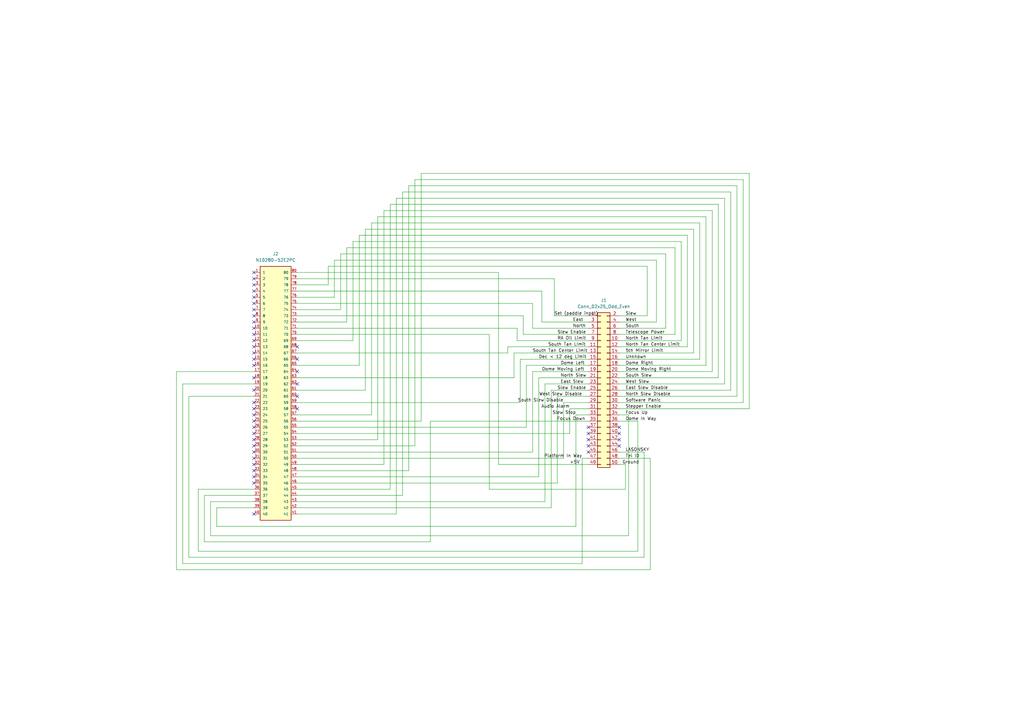
<source format=kicad_sch>
(kicad_sch (version 20231120) (generator "eeschema") (generator_version "8.0")
  (paper "A3")
  (lib_symbols
    (symbol "Connector_Generic:Conn_02x25_Odd_Even" (pin_names (offset 1.016) hide)
      (property "Reference" "J" (at 1.27 33.02 0))
      (property "Value" "Conn_02x25_Odd_Even" (at 1.27 -33.02 0))
      (symbol "Conn_02x25_Odd_Even_1_1"
        (rectangle (start -1.27 -30.353) (end 0 -30.607) (stroke (width 0.1524)))
        (rectangle (start -1.27 -27.813) (end 0 -28.067) (stroke (width 0.1524)))
        (rectangle (start -1.27 -25.273) (end 0 -25.527) (stroke (width 0.1524)))
        (rectangle (start -1.27 -22.733) (end 0 -22.987) (stroke (width 0.1524)))
        (rectangle (start -1.27 -20.193) (end 0 -20.447) (stroke (width 0.1524)))
        (rectangle (start -1.27 -17.653) (end 0 -17.907) (stroke (width 0.1524)))
        (rectangle (start -1.27 -15.113) (end 0 -15.367) (stroke (width 0.1524)))
        (rectangle (start -1.27 -12.573) (end 0 -12.827) (stroke (width 0.1524)))
        (rectangle (start -1.27 -10.033) (end 0 -10.287) (stroke (width 0.1524)))
        (rectangle (start -1.27 -7.493) (end 0 -7.747) (stroke (width 0.1524)))
        (rectangle (start -1.27 -4.953) (end 0 -5.207) (stroke (width 0.1524)))
        (rectangle (start -1.27 -2.413) (end 0 -2.667) (stroke (width 0.1524)))
        (rectangle (start -1.27 0.127) (end 0 -0.127) (stroke (width 0.1524)))
        (rectangle (start -1.27 2.667) (end 0 2.413) (stroke (width 0.1524)))
        (rectangle (start -1.27 5.207) (end 0 4.953) (stroke (width 0.1524)))
        (rectangle (start -1.27 7.747) (end 0 7.493) (stroke (width 0.1524)))
        (rectangle (start -1.27 10.287) (end 0 10.033) (stroke (width 0.1524)))
        (rectangle (start -1.27 12.827) (end 0 12.573) (stroke (width 0.1524)))
        (rectangle (start -1.27 15.367) (end 0 15.113) (stroke (width 0.1524)))
        (rectangle (start -1.27 17.907) (end 0 17.653) (stroke (width 0.1524)))
        (rectangle (start -1.27 20.447) (end 0 20.193) (stroke (width 0.1524)))
        (rectangle (start -1.27 22.987) (end 0 22.733) (stroke (width 0.1524)))
        (rectangle (start -1.27 25.527) (end 0 25.273) (stroke (width 0.1524)))
        (rectangle (start -1.27 28.067) (end 0 27.813) (stroke (width 0.1524)))
        (rectangle (start -1.27 30.607) (end 0 30.353) (stroke (width 0.1524)))
        (rectangle (start -1.27 31.75) (end 3.81 -31.75) (stroke (width 0.254)) (fill (type background)))
        (rectangle (start 3.81 -30.353) (end 2.54 -30.607) (stroke (width 0.1524)))
        (rectangle (start 3.81 -27.813) (end 2.54 -28.067) (stroke (width 0.1524)))
        (rectangle (start 3.81 -25.273) (end 2.54 -25.527) (stroke (width 0.1524)))
        (rectangle (start 3.81 -22.733) (end 2.54 -22.987) (stroke (width 0.1524)))
        (rectangle (start 3.81 -20.193) (end 2.54 -20.447) (stroke (width 0.1524)))
        (rectangle (start 3.81 -17.653) (end 2.54 -17.907) (stroke (width 0.1524)))
        (rectangle (start 3.81 -15.113) (end 2.54 -15.367) (stroke (width 0.1524)))
        (rectangle (start 3.81 -12.573) (end 2.54 -12.827) (stroke (width 0.1524)))
        (rectangle (start 3.81 -10.033) (end 2.54 -10.287) (stroke (width 0.1524)))
        (rectangle (start 3.81 -7.493) (end 2.54 -7.747) (stroke (width 0.1524)))
        (rectangle (start 3.81 -4.953) (end 2.54 -5.207) (stroke (width 0.1524)))
        (rectangle (start 3.81 -2.413) (end 2.54 -2.667) (stroke (width 0.1524)))
        (rectangle (start 3.81 0.127) (end 2.54 -0.127) (stroke (width 0.1524)))
        (rectangle (start 3.81 2.667) (end 2.54 2.413) (stroke (width 0.1524)))
        (rectangle (start 3.81 5.207) (end 2.54 4.953) (stroke (width 0.1524)))
        (rectangle (start 3.81 7.747) (end 2.54 7.493) (stroke (width 0.1524)))
        (rectangle (start 3.81 10.287) (end 2.54 10.033) (stroke (width 0.1524)))
        (rectangle (start 3.81 12.827) (end 2.54 12.573) (stroke (width 0.1524)))
        (rectangle (start 3.81 15.367) (end 2.54 15.113) (stroke (width 0.1524)))
        (rectangle (start 3.81 17.907) (end 2.54 17.653) (stroke (width 0.1524)))
        (rectangle (start 3.81 20.447) (end 2.54 20.193) (stroke (width 0.1524)))
        (rectangle (start 3.81 22.987) (end 2.54 22.733) (stroke (width 0.1524)))
        (rectangle (start 3.81 25.527) (end 2.54 25.273) (stroke (width 0.1524)))
        (rectangle (start 3.81 28.067) (end 2.54 27.813) (stroke (width 0.1524)))
        (rectangle (start 3.81 30.607) (end 2.54 30.353) (stroke (width 0.1524)))
        (pin passive line (at -5.08 30.48 0) (length 3.81) (name "Pin_1") (number "1"))
        (pin passive line (at 7.62 20.32 180) (length 3.81) (name "Pin_10") (number "10"))
        (pin passive line (at -5.08 17.78 0) (length 3.81) (name "Pin_11") (number "11"))
        (pin passive line (at 7.62 17.78 180) (length 3.81) (name "Pin_12") (number "12"))
        (pin passive line (at -5.08 15.24 0) (length 3.81) (name "Pin_13") (number "13"))
        (pin passive line (at 7.62 15.24 180) (length 3.81) (name "Pin_14") (number "14"))
        (pin passive line (at -5.08 12.7 0) (length 3.81) (name "Pin_15") (number "15"))
        (pin passive line (at 7.62 12.7 180) (length 3.81) (name "Pin_16") (number "16"))
        (pin passive line (at -5.08 10.16 0) (length 3.81) (name "Pin_17") (number "17"))
        (pin passive line (at 7.62 10.16 180) (length 3.81) (name "Pin_18") (number "18"))
        (pin passive line (at -5.08 7.62 0) (length 3.81) (name "Pin_19") (number "19"))
        (pin passive line (at 7.62 30.48 180) (length 3.81) (name "Pin_2") (number "2"))
        (pin passive line (at 7.62 7.62 180) (length 3.81) (name "Pin_20") (number "20"))
        (pin passive line (at -5.08 5.08 0) (length 3.81) (name "Pin_21") (number "21"))
        (pin passive line (at 7.62 5.08 180) (length 3.81) (name "Pin_22") (number "22"))
        (pin passive line (at -5.08 2.54 0) (length 3.81) (name "Pin_23") (number "23"))
        (pin passive line (at 7.62 2.54 180) (length 3.81) (name "Pin_24") (number "24"))
        (pin passive line (at -5.08 0 0) (length 3.81) (name "Pin_25") (number "25"))
        (pin passive line (at 7.62 0 180) (length 3.81) (name "Pin_26") (number "26"))
        (pin passive line (at -5.08 -2.54 0) (length 3.81) (name "Pin_27") (number "27"))
        (pin passive line (at 7.62 -2.54 180) (length 3.81) (name "Pin_28") (number "28"))
        (pin passive line (at -5.08 -5.08 0) (length 3.81) (name "Pin_29") (number "29"))
        (pin passive line (at -5.08 27.94 0) (length 3.81) (name "Pin_3") (number "3"))
        (pin passive line (at 7.62 -5.08 180) (length 3.81) (name "Pin_30") (number "30"))
        (pin passive line (at -5.08 -7.62 0) (length 3.81) (name "Pin_31") (number "31"))
        (pin passive line (at 7.62 -7.62 180) (length 3.81) (name "Pin_32") (number "32"))
        (pin passive line (at -5.08 -10.16 0) (length 3.81) (name "Pin_33") (number "33"))
        (pin passive line (at 7.62 -10.16 180) (length 3.81) (name "Pin_34") (number "34"))
        (pin passive line (at -5.08 -12.7 0) (length 3.81) (name "Pin_35") (number "35"))
        (pin passive line (at 7.62 -12.7 180) (length 3.81) (name "Pin_36") (number "36"))
        (pin passive line (at -5.08 -15.24 0) (length 3.81) (name "Pin_37") (number "37"))
        (pin passive line (at 7.62 -15.24 180) (length 3.81) (name "Pin_38") (number "38"))
        (pin passive line (at -5.08 -17.78 0) (length 3.81) (name "Pin_39") (number "39"))
        (pin passive line (at 7.62 27.94 180) (length 3.81) (name "Pin_4") (number "4"))
        (pin passive line (at 7.62 -17.78 180) (length 3.81) (name "Pin_40") (number "40"))
        (pin passive line (at -5.08 -20.32 0) (length 3.81) (name "Pin_41") (number "41"))
        (pin passive line (at 7.62 -20.32 180) (length 3.81) (name "Pin_42") (number "42"))
        (pin passive line (at -5.08 -22.86 0) (length 3.81) (name "Pin_43") (number "43"))
        (pin passive line (at 7.62 -22.86 180) (length 3.81) (name "Pin_44") (number "44"))
        (pin passive line (at -5.08 -25.4 0) (length 3.81) (name "Pin_45") (number "45"))
        (pin passive line (at 7.62 -25.4 180) (length 3.81) (name "Pin_46") (number "46"))
        (pin passive line (at -5.08 -27.94 0) (length 3.81) (name "Pin_47") (number "47"))
        (pin passive line (at 7.62 -27.94 180) (length 3.81) (name "Pin_48") (number "48"))
        (pin passive line (at -5.08 -30.48 0) (length 3.81) (name "Pin_49") (number "49"))
        (pin passive line (at -5.08 25.4 0) (length 3.81) (name "Pin_5") (number "5"))
        (pin passive line (at 7.62 -30.48 180) (length 3.81) (name "Pin_50") (number "50"))
        (pin passive line (at 7.62 25.4 180) (length 3.81) (name "Pin_6") (number "6"))
        (pin passive line (at -5.08 22.86 0) (length 3.81) (name "Pin_7") (number "7"))
        (pin passive line (at 7.62 22.86 180) (length 3.81) (name "Pin_8") (number "8"))
        (pin passive line (at -5.08 20.32 0) (length 3.81) (name "Pin_9") (number "9"))
      )
    )
    (symbol "N10280-52E2PC:N10280-52E2PC" (pin_names (offset 1.016))
      (property "Reference" "J" (at -7.637 51.4223 0))
      (property "Value" "N10280-52E2PC" (at -7.6238 -55.9082 0))
      (symbol "N10280-52E2PC_0_0"
        (rectangle (start -7.62 -53.34) (end 5.08 50.8) (stroke (width 0.254)) (fill (type background)))
        (pin passive line (at -10.16 48.26 0) (length 2.54) (name "1") (number "1"))
        (pin passive line (at -10.16 25.4 0) (length 2.54) (name "10") (number "10"))
        (pin passive line (at -10.16 22.86 0) (length 2.54) (name "11") (number "11"))
        (pin passive line (at -10.16 20.32 0) (length 2.54) (name "12") (number "12"))
        (pin passive line (at -10.16 17.78 0) (length 2.54) (name "13") (number "13"))
        (pin passive line (at -10.16 15.24 0) (length 2.54) (name "14") (number "14"))
        (pin passive line (at -10.16 12.7 0) (length 2.54) (name "15") (number "15"))
        (pin passive line (at -10.16 10.16 0) (length 2.54) (name "16") (number "16"))
        (pin passive line (at -10.16 7.62 0) (length 2.54) (name "17") (number "17"))
        (pin passive line (at -10.16 5.08 0) (length 2.54) (name "18") (number "18"))
        (pin passive line (at -10.16 2.54 0) (length 2.54) (name "19") (number "19"))
        (pin passive line (at -10.16 45.72 0) (length 2.54) (name "2") (number "2"))
        (pin passive line (at -10.16 0 0) (length 2.54) (name "20") (number "20"))
        (pin passive line (at -10.16 -2.54 0) (length 2.54) (name "21") (number "21"))
        (pin passive line (at -10.16 -5.08 0) (length 2.54) (name "22") (number "22"))
        (pin passive line (at -10.16 -7.62 0) (length 2.54) (name "23") (number "23"))
        (pin passive line (at -10.16 -10.16 0) (length 2.54) (name "24") (number "24"))
        (pin passive line (at -10.16 -12.7 0) (length 2.54) (name "25") (number "25"))
        (pin passive line (at -10.16 -15.24 0) (length 2.54) (name "26") (number "26"))
        (pin passive line (at -10.16 -17.78 0) (length 2.54) (name "27") (number "27"))
        (pin passive line (at -10.16 -20.32 0) (length 2.54) (name "28") (number "28"))
        (pin passive line (at -10.16 -22.86 0) (length 2.54) (name "29") (number "29"))
        (pin passive line (at -10.16 43.18 0) (length 2.54) (name "3") (number "3"))
        (pin passive line (at -10.16 -25.4 0) (length 2.54) (name "30") (number "30"))
        (pin passive line (at -10.16 -27.94 0) (length 2.54) (name "31") (number "31"))
        (pin passive line (at -10.16 -30.48 0) (length 2.54) (name "32") (number "32"))
        (pin passive line (at -10.16 -33.02 0) (length 2.54) (name "33") (number "33"))
        (pin passive line (at -10.16 -35.56 0) (length 2.54) (name "34") (number "34"))
        (pin passive line (at -10.16 -38.1 0) (length 2.54) (name "35") (number "35"))
        (pin passive line (at -10.16 -40.64 0) (length 2.54) (name "36") (number "36"))
        (pin passive line (at -10.16 -43.18 0) (length 2.54) (name "37") (number "37"))
        (pin passive line (at -10.16 -45.72 0) (length 2.54) (name "38") (number "38"))
        (pin passive line (at -10.16 -48.26 0) (length 2.54) (name "39") (number "39"))
        (pin passive line (at -10.16 40.64 0) (length 2.54) (name "4") (number "4"))
        (pin passive line (at -10.16 -50.8 0) (length 2.54) (name "40") (number "40"))
        (pin passive line (at 7.62 -50.8 180) (length 2.54) (name "41") (number "41"))
        (pin passive line (at 7.62 -48.26 180) (length 2.54) (name "42") (number "42"))
        (pin passive line (at 7.62 -45.72 180) (length 2.54) (name "43") (number "43"))
        (pin passive line (at 7.62 -43.18 180) (length 2.54) (name "44") (number "44"))
        (pin passive line (at 7.62 -40.64 180) (length 2.54) (name "45") (number "45"))
        (pin passive line (at 7.62 -38.1 180) (length 2.54) (name "46") (number "46"))
        (pin passive line (at 7.62 -35.56 180) (length 2.54) (name "47") (number "47"))
        (pin passive line (at 7.62 -33.02 180) (length 2.54) (name "48") (number "48"))
        (pin passive line (at 7.62 -30.48 180) (length 2.54) (name "49") (number "49"))
        (pin passive line (at -10.16 38.1 0) (length 2.54) (name "5") (number "5"))
        (pin passive line (at 7.62 -27.94 180) (length 2.54) (name "50") (number "50"))
        (pin passive line (at 7.62 -25.4 180) (length 2.54) (name "51") (number "51"))
        (pin passive line (at 7.62 -22.86 180) (length 2.54) (name "52") (number "52"))
        (pin passive line (at 7.62 -20.32 180) (length 2.54) (name "53") (number "53"))
        (pin passive line (at 7.62 -17.78 180) (length 2.54) (name "54") (number "54"))
        (pin passive line (at 7.62 -15.24 180) (length 2.54) (name "55") (number "55"))
        (pin passive line (at 7.62 -12.7 180) (length 2.54) (name "56") (number "56"))
        (pin passive line (at 7.62 -10.16 180) (length 2.54) (name "57") (number "57"))
        (pin passive line (at 7.62 -7.62 180) (length 2.54) (name "58") (number "58"))
        (pin passive line (at 7.62 -5.08 180) (length 2.54) (name "59") (number "59"))
        (pin passive line (at -10.16 35.56 0) (length 2.54) (name "6") (number "6"))
        (pin passive line (at 7.62 -2.54 180) (length 2.54) (name "60") (number "60"))
        (pin passive line (at 7.62 0 180) (length 2.54) (name "61") (number "61"))
        (pin passive line (at 7.62 2.54 180) (length 2.54) (name "62") (number "62"))
        (pin passive line (at 7.62 5.08 180) (length 2.54) (name "63") (number "63"))
        (pin passive line (at 7.62 7.62 180) (length 2.54) (name "64") (number "64"))
        (pin passive line (at 7.62 10.16 180) (length 2.54) (name "65") (number "65"))
        (pin passive line (at 7.62 12.7 180) (length 2.54) (name "66") (number "66"))
        (pin passive line (at 7.62 15.24 180) (length 2.54) (name "67") (number "67"))
        (pin passive line (at 7.62 17.78 180) (length 2.54) (name "68") (number "68"))
        (pin passive line (at 7.62 20.32 180) (length 2.54) (name "69") (number "69"))
        (pin passive line (at -10.16 33.02 0) (length 2.54) (name "7") (number "7"))
        (pin passive line (at 7.62 22.86 180) (length 2.54) (name "70") (number "70"))
        (pin passive line (at 7.62 25.4 180) (length 2.54) (name "71") (number "71"))
        (pin passive line (at 7.62 27.94 180) (length 2.54) (name "72") (number "72"))
        (pin passive line (at 7.62 30.48 180) (length 2.54) (name "73") (number "73"))
        (pin passive line (at 7.62 33.02 180) (length 2.54) (name "74") (number "74"))
        (pin passive line (at 7.62 35.56 180) (length 2.54) (name "75") (number "75"))
        (pin passive line (at 7.62 38.1 180) (length 2.54) (name "76") (number "76"))
        (pin passive line (at 7.62 40.64 180) (length 2.54) (name "77") (number "77"))
        (pin passive line (at 7.62 43.18 180) (length 2.54) (name "78") (number "78"))
        (pin passive line (at 7.62 45.72 180) (length 2.54) (name "79") (number "79"))
        (pin passive line (at -10.16 30.48 0) (length 2.54) (name "8") (number "8"))
        (pin passive line (at 7.62 48.26 180) (length 2.54) (name "80") (number "80"))
        (pin passive line (at -10.16 27.94 0) (length 2.54) (name "9") (number "9"))
      )
    )
  )
  (no_connect (at 104.14 190.5))
  (no_connect (at 241.3 175.26))
  (no_connect (at 104.14 210.82))
  (no_connect (at 104.14 132.08))
  (no_connect (at 104.14 119.38))
  (no_connect (at 121.92 152.4))
  (no_connect (at 254 175.26))
  (no_connect (at 121.92 162.56))
  (no_connect (at 104.14 193.04))
  (no_connect (at 254 180.34))
  (no_connect (at 104.14 160.02))
  (no_connect (at 104.14 111.76))
  (no_connect (at 104.14 154.94))
  (no_connect (at 121.92 142.24))
  (no_connect (at 104.14 144.78))
  (no_connect (at 104.14 134.62))
  (no_connect (at 241.3 177.8))
  (no_connect (at 104.14 195.58))
  (no_connect (at 241.3 182.88))
  (no_connect (at 241.3 180.34))
  (no_connect (at 104.14 147.32))
  (no_connect (at 121.92 147.32))
  (no_connect (at 104.14 172.72))
  (no_connect (at 104.14 198.12))
  (no_connect (at 104.14 187.96))
  (no_connect (at 104.14 175.26))
  (no_connect (at 104.14 121.92))
  (no_connect (at 104.14 182.88))
  (no_connect (at 104.14 139.7))
  (no_connect (at 104.14 137.16))
  (no_connect (at 104.14 180.34))
  (no_connect (at 104.14 177.8))
  (no_connect (at 104.14 170.18))
  (no_connect (at 241.3 185.42))
  (no_connect (at 104.14 114.3))
  (no_connect (at 254 182.88))
  (no_connect (at 104.14 149.86))
  (no_connect (at 104.14 142.24))
  (no_connect (at 121.92 157.48))
  (no_connect (at 254 177.8))
  (no_connect (at 104.14 165.1))
  (no_connect (at 104.14 116.84))
  (no_connect (at 104.14 185.42))
  (no_connect (at 104.14 129.54))
  (no_connect (at 104.14 124.46))
  (no_connect (at 104.14 167.64))
  (no_connect (at 104.14 127))
  (no_connect (at 121.92 167.64))
  (wire (pts (xy 212.09 134.62) (xy 212.09 139.7)))
  (wire (pts (xy 121.92 114.3) (xy 227.33 114.3)))
  (wire (pts (xy 222.25 132.08) (xy 241.3 132.08)))
  (wire (pts (xy 220.98 195.58) (xy 121.92 195.58)))
  (wire (pts (xy 241.3 157.48) (xy 223.52 157.48)))
  (wire (pts (xy 307.34 167.64) (xy 307.34 71.12)))
  (wire (pts (xy 227.33 114.3) (xy 227.33 129.54)))
  (wire (pts (xy 176.53 222.25) (xy 83.82 222.25)))
  (wire (pts (xy 302.26 76.2) (xy 167.64 76.2)))
  (wire (pts (xy 254 160.02) (xy 299.72 160.02)))
  (wire (pts (xy 77.47 228.6) (xy 77.47 162.56)))
  (wire (pts (xy 139.7 104.14) (xy 273.05 104.14)))
  (wire (pts (xy 121.92 119.38) (xy 222.25 119.38)))
  (wire (pts (xy 152.4 170.18) (xy 121.92 170.18)))
  (wire (pts (xy 220.98 154.94) (xy 220.98 195.58)))
  (wire (pts (xy 167.64 76.2) (xy 167.64 193.04)))
  (wire (pts (xy 208.28 142.24) (xy 241.3 142.24)))
  (wire (pts (xy 134.62 116.84) (xy 134.62 109.22)))
  (wire (pts (xy 86.36 205.74) (xy 104.14 205.74)))
  (wire (pts (xy 218.44 185.42) (xy 121.92 185.42)))
  (wire (pts (xy 287.02 147.32) (xy 287.02 91.44)))
  (wire (pts (xy 222.25 119.38) (xy 222.25 132.08)))
  (wire (pts (xy 264.16 228.6) (xy 77.47 228.6)))
  (wire (pts (xy 214.63 137.16) (xy 241.3 137.16)))
  (wire (pts (xy 236.22 170.18) (xy 236.22 215.9)))
  (wire (pts (xy 297.18 81.28) (xy 162.56 81.28)))
  (wire (pts (xy 121.92 121.92) (xy 137.16 121.92)))
  (wire (pts (xy 254 154.94) (xy 294.64 154.94)))
  (wire (pts (xy 241.3 149.86) (xy 215.9 149.86)))
  (wire (pts (xy 121.92 129.54) (xy 214.63 129.54)))
  (wire (pts (xy 149.86 93.98) (xy 149.86 160.02)))
  (wire (pts (xy 200.66 137.16) (xy 200.66 200.66)))
  (wire (pts (xy 269.24 106.68) (xy 269.24 132.08)))
  (wire (pts (xy 254 157.48) (xy 297.18 157.48)))
  (wire (pts (xy 304.8 73.66) (xy 170.18 73.66)))
  (wire (pts (xy 256.54 190.5) (xy 254 190.5)))
  (wire (pts (xy 226.06 160.02) (xy 226.06 208.28)))
  (wire (pts (xy 254 149.86) (xy 289.56 149.86)))
  (wire (pts (xy 121.92 132.08) (xy 142.24 132.08)))
  (wire (pts (xy 72.39 233.68) (xy 72.39 152.4)))
  (wire (pts (xy 215.9 175.26) (xy 121.92 175.26)))
  (wire (pts (xy 231.14 165.1) (xy 231.14 187.96)))
  (wire (pts (xy 233.68 167.64) (xy 233.68 177.8)))
  (wire (pts (xy 218.44 152.4) (xy 218.44 185.42)))
  (wire (pts (xy 144.78 139.7) (xy 144.78 99.06)))
  (wire (pts (xy 223.52 205.74) (xy 121.92 205.74)))
  (wire (pts (xy 299.72 78.74) (xy 165.1 78.74)))
  (wire (pts (xy 121.92 139.7) (xy 144.78 139.7)))
  (wire (pts (xy 294.64 83.82) (xy 160.02 83.82)))
  (wire (pts (xy 121.92 127) (xy 139.7 127)))
  (wire (pts (xy 204.47 190.5) (xy 241.3 190.5)))
  (wire (pts (xy 137.16 121.92) (xy 137.16 106.68)))
  (wire (pts (xy 213.36 147.32) (xy 213.36 165.1)))
  (wire (pts (xy 276.86 137.16) (xy 254 137.16)))
  (wire (pts (xy 157.48 86.36) (xy 157.48 190.5)))
  (wire (pts (xy 228.6 162.56) (xy 241.3 162.56)))
  (wire (pts (xy 241.3 170.18) (xy 236.22 170.18)))
  (wire (pts (xy 284.48 144.78) (xy 284.48 93.98)))
  (wire (pts (xy 121.92 111.76) (xy 204.47 111.76)))
  (wire (pts (xy 77.47 162.56) (xy 104.14 162.56)))
  (wire (pts (xy 231.14 187.96) (xy 121.92 187.96)))
  (wire (pts (xy 154.94 88.9) (xy 154.94 180.34)))
  (wire (pts (xy 134.62 109.22) (xy 265.43 109.22)))
  (wire (pts (xy 214.63 129.54) (xy 214.63 137.16)))
  (wire (pts (xy 121.92 134.62) (xy 212.09 134.62)))
  (wire (pts (xy 170.18 182.88) (xy 121.92 182.88)))
  (wire (pts (xy 254 170.18) (xy 257.81 170.18)))
  (wire (pts (xy 167.64 193.04) (xy 121.92 193.04)))
  (wire (pts (xy 74.93 231.14) (xy 74.93 157.48)))
  (wire (pts (xy 254 185.42) (xy 264.16 185.42)))
  (wire (pts (xy 72.39 152.4) (xy 104.14 152.4)))
  (wire (pts (xy 261.62 172.72) (xy 261.62 226.06)))
  (wire (pts (xy 74.93 157.48) (xy 104.14 157.48)))
  (wire (pts (xy 218.44 124.46) (xy 218.44 134.62)))
  (wire (pts (xy 241.3 167.64) (xy 233.68 167.64)))
  (wire (pts (xy 172.72 71.12) (xy 172.72 172.72)))
  (wire (pts (xy 226.06 208.28) (xy 121.92 208.28)))
  (wire (pts (xy 289.56 149.86) (xy 289.56 88.9)))
  (wire (pts (xy 210.82 154.94) (xy 121.92 154.94)))
  (wire (pts (xy 241.3 172.72) (xy 176.53 172.72)))
  (wire (pts (xy 144.78 99.06) (xy 279.4 99.06)))
  (wire (pts (xy 241.3 144.78) (xy 210.82 144.78)))
  (wire (pts (xy 172.72 172.72) (xy 121.92 172.72)))
  (wire (pts (xy 228.6 198.12) (xy 228.6 162.56)))
  (wire (pts (xy 137.16 106.68) (xy 269.24 106.68)))
  (wire (pts (xy 154.94 180.34) (xy 121.92 180.34)))
  (wire (pts (xy 218.44 134.62) (xy 241.3 134.62)))
  (wire (pts (xy 236.22 215.9) (xy 88.9 215.9)))
  (wire (pts (xy 227.33 129.54) (xy 241.3 129.54)))
  (wire (pts (xy 162.56 210.82) (xy 121.92 210.82)))
  (wire (pts (xy 170.18 73.66) (xy 170.18 182.88)))
  (wire (pts (xy 254 162.56) (xy 302.26 162.56)))
  (wire (pts (xy 257.81 170.18) (xy 257.81 219.71)))
  (wire (pts (xy 241.3 147.32) (xy 213.36 147.32)))
  (wire (pts (xy 121.92 144.78) (xy 208.28 144.78)))
  (wire (pts (xy 210.82 144.78) (xy 210.82 154.94)))
  (wire (pts (xy 121.92 198.12) (xy 228.6 198.12)))
  (wire (pts (xy 276.86 101.6) (xy 276.86 137.16)))
  (wire (pts (xy 287.02 91.44) (xy 152.4 91.44)))
  (wire (pts (xy 147.32 149.86) (xy 121.92 149.86)))
  (wire (pts (xy 254 167.64) (xy 307.34 167.64)))
  (wire (pts (xy 165.1 203.2) (xy 121.92 203.2)))
  (wire (pts (xy 304.8 165.1) (xy 304.8 73.66)))
  (wire (pts (xy 292.1 152.4) (xy 292.1 86.36)))
  (wire (pts (xy 152.4 91.44) (xy 152.4 170.18)))
  (wire (pts (xy 149.86 160.02) (xy 121.92 160.02)))
  (wire (pts (xy 241.3 165.1) (xy 231.14 165.1)))
  (wire (pts (xy 88.9 208.28) (xy 104.14 208.28)))
  (wire (pts (xy 81.28 226.06) (xy 81.28 200.66)))
  (wire (pts (xy 83.82 222.25) (xy 83.82 203.2)))
  (wire (pts (xy 238.76 231.14) (xy 74.93 231.14)))
  (wire (pts (xy 147.32 96.52) (xy 147.32 149.86)))
  (wire (pts (xy 264.16 185.42) (xy 264.16 228.6)))
  (wire (pts (xy 254 144.78) (xy 284.48 144.78)))
  (wire (pts (xy 213.36 165.1) (xy 121.92 165.1)))
  (wire (pts (xy 266.7 187.96) (xy 266.7 233.68)))
  (wire (pts (xy 254 147.32) (xy 287.02 147.32)))
  (wire (pts (xy 142.24 132.08) (xy 142.24 101.6)))
  (wire (pts (xy 254 152.4) (xy 292.1 152.4)))
  (wire (pts (xy 86.36 219.71) (xy 86.36 205.74)))
  (wire (pts (xy 269.24 132.08) (xy 254 132.08)))
  (wire (pts (xy 254 165.1) (xy 304.8 165.1)))
  (wire (pts (xy 83.82 203.2) (xy 104.14 203.2)))
  (wire (pts (xy 241.3 160.02) (xy 226.06 160.02)))
  (wire (pts (xy 265.43 129.54) (xy 254 129.54)))
  (wire (pts (xy 257.81 219.71) (xy 86.36 219.71)))
  (wire (pts (xy 121.92 124.46) (xy 218.44 124.46)))
  (wire (pts (xy 160.02 83.82) (xy 160.02 200.66)))
  (wire (pts (xy 241.3 152.4) (xy 218.44 152.4)))
  (wire (pts (xy 302.26 162.56) (xy 302.26 76.2)))
  (wire (pts (xy 204.47 111.76) (xy 204.47 190.5)))
  (wire (pts (xy 273.05 104.14) (xy 273.05 134.62)))
  (wire (pts (xy 297.18 157.48) (xy 297.18 81.28)))
  (wire (pts (xy 281.94 142.24) (xy 281.94 96.52)))
  (wire (pts (xy 265.43 109.22) (xy 265.43 129.54)))
  (wire (pts (xy 284.48 93.98) (xy 149.86 93.98)))
  (wire (pts (xy 299.72 160.02) (xy 299.72 78.74)))
  (wire (pts (xy 254 187.96) (xy 266.7 187.96)))
  (wire (pts (xy 215.9 149.86) (xy 215.9 175.26)))
  (wire (pts (xy 121.92 116.84) (xy 134.62 116.84)))
  (wire (pts (xy 121.92 137.16) (xy 200.66 137.16)))
  (wire (pts (xy 162.56 81.28) (xy 162.56 210.82)))
  (wire (pts (xy 273.05 134.62) (xy 254 134.62)))
  (wire (pts (xy 279.4 99.06) (xy 279.4 139.7)))
  (wire (pts (xy 254 142.24) (xy 281.94 142.24)))
  (wire (pts (xy 241.3 187.96) (xy 238.76 187.96)))
  (wire (pts (xy 176.53 172.72) (xy 176.53 222.25)))
  (wire (pts (xy 294.64 154.94) (xy 294.64 83.82)))
  (wire (pts (xy 200.66 200.66) (xy 256.54 200.66)))
  (wire (pts (xy 142.24 101.6) (xy 276.86 101.6)))
  (wire (pts (xy 88.9 215.9) (xy 88.9 208.28)))
  (wire (pts (xy 212.09 139.7) (xy 241.3 139.7)))
  (wire (pts (xy 238.76 187.96) (xy 238.76 231.14)))
  (wire (pts (xy 139.7 127) (xy 139.7 104.14)))
  (wire (pts (xy 256.54 200.66) (xy 256.54 190.5)))
  (wire (pts (xy 261.62 226.06) (xy 81.28 226.06)))
  (wire (pts (xy 254 172.72) (xy 261.62 172.72)))
  (wire (pts (xy 289.56 88.9) (xy 154.94 88.9)))
  (wire (pts (xy 281.94 96.52) (xy 147.32 96.52)))
  (wire (pts (xy 220.98 154.94) (xy 241.3 154.94)))
  (wire (pts (xy 81.28 200.66) (xy 104.14 200.66)))
  (wire (pts (xy 233.68 177.8) (xy 121.92 177.8)))
  (wire (pts (xy 279.4 139.7) (xy 254 139.7)))
  (wire (pts (xy 307.34 71.12) (xy 172.72 71.12)))
  (wire (pts (xy 160.02 200.66) (xy 121.92 200.66)))
  (wire (pts (xy 266.7 233.68) (xy 72.39 233.68)))
  (wire (pts (xy 223.52 157.48) (xy 223.52 205.74)))
  (wire (pts (xy 157.48 190.5) (xy 121.92 190.5)))
  (wire (pts (xy 208.28 144.78) (xy 208.28 142.24)))
  (wire (pts (xy 292.1 86.36) (xy 157.48 86.36)))
  (wire (pts (xy 165.1 78.74) (xy 165.1 203.2)))
  (label "West" (at 256.54 132.08 0))
  (label "Dec < 12 deg Limit" (at 220.98 147.32 0))
  (label "Ground" (at 255.27 190.5 0))
  (label "Audio Alarm" (at 233.68 167.64 180))
  (label "East" (at 234.95 132.08 0))
  (label "Platform In Way" (at 238.76 187.96 180))
  (label "Telescope Power" (at 256.54 137.16 0))
  (label "North Slew" (at 229.87 154.94 0))
  (label "South Slew Disable" (at 231.14 165.1 180))
  (label "Focus Up" (at 256.54 170.18 0))
  (label "West Slew Disable" (at 238.76 162.56 180))
  (label "Dome Left" (at 229.87 149.86 0))
  (label "North Slew DIsable" (at 256.54 162.56 0))
  (label "LASONSKY" (at 256.54 185.42 0))
  (label "Dome Moving Left" (at 222.25 152.4 0))
  (label "5th Mirror Limit" (at 256.54 144.78 0))
  (label "Set (paddle input)" (at 227.33 129.54 0))
  (label "Dome Moving Right" (at 256.54 152.4 0))
  (label "North Tan Limit" (at 256.54 139.7 0))
  (label "South Tan LImit" (at 224.79 142.24 0))
  (label "North Tan Center Limit" (at 256.54 142.24 0))
  (label "Slew Stop" (at 236.22 170.18 180))
  (label "Tel ID" (at 256.54 187.96 0))
  (label "South" (at 256.54 134.62 0))
  (label "Dome In Way" (at 256.54 172.72 0))
  (label "Slew Enable" (at 228.6 137.16 0))
  (label "North" (at 234.95 134.62 0))
  (label "Slew Enable" (at 228.6 160.02 0))
  (label "West Slew" (at 256.54 157.48 0))
  (label "Slew" (at 256.54 129.54 0))
  (label "East Slew Disable" (at 256.54 160.02 0))
  (label "Focus Down" (at 240.03 172.72 180))
  (label "Stepper Enable" (at 256.54 167.64 0))
  (label "East Slew" (at 229.87 157.48 0))
  (label "Unknown" (at 256.54 147.32 0))
  (label "RA Oil Limit" (at 228.6 139.7 0))
  (label "Software Panic" (at 256.54 165.1 0))
  (label "+5V" (at 233.68 190.5 0))
  (label "South Slew" (at 256.54 154.94 0))
  (label "Dome Right" (at 256.54 149.86 0))
  (label "South Tan Center Limit" (at 218.44 144.78 0))
  (symbol (lib_id "N10280-52E2PC:N10280-52E2PC") (at 114.3 160.02 0) (unit 1)
    (property "Reference" "J2" (at 113.03 104.14 0))
    (property "Value" "N10280-52E2PC" (at 113.03 106.68 0))
    (property "Footprint" "N10280_52E2PC:3M_N10280-52E2PC" (effects (hide yes)))
    (property "MANUFACTURER" "3M" (effects (hide yes)))
  )
  (symbol (lib_id "Connector_Generic:Conn_02x25_Odd_Even") (at 246.38 160.02 0) (unit 1)
    (property "Reference" "J1" (at 247.65 123.19 0))
    (property "Value" "Conn_02x25_Odd_Even" (at 247.65 125.73 0))
    (property "Footprint" "Connector_IDC:IDC-Header_2x25-1MP_P2.54mm_Latch12.0mm_Vertical" (effects (hide yes)))
    (property "Description" "Generic connector, double row, 02x25, odd/even pin numbering scheme (row 1 odd numbers, row 2 even numbers), script generated (kicad-library-utils/schlib/autogen/connector/)" (effects (hide yes)))
  )
)
</source>
